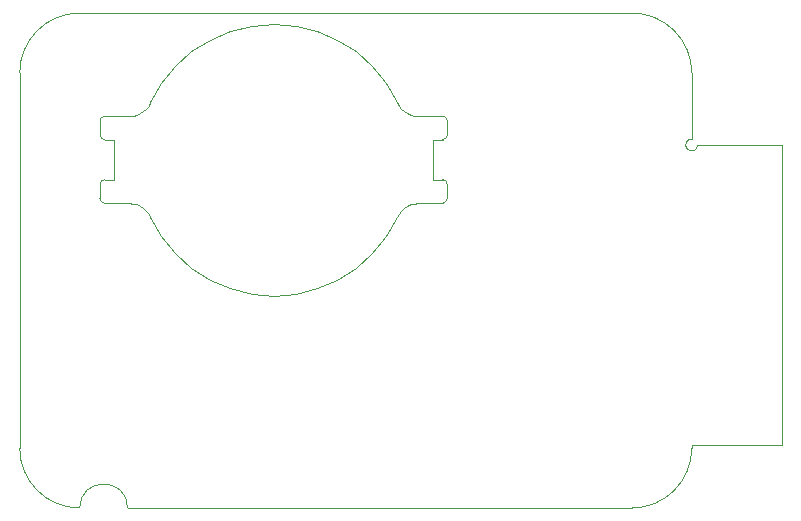
<source format=gbr>
%TF.GenerationSoftware,KiCad,Pcbnew,7.0.9*%
%TF.CreationDate,2024-01-02T07:57:40-07:00*%
%TF.ProjectId,ElephantR9,456c6570-6861-46e7-9452-392e6b696361,rev?*%
%TF.SameCoordinates,Original*%
%TF.FileFunction,Profile,NP*%
%FSLAX46Y46*%
G04 Gerber Fmt 4.6, Leading zero omitted, Abs format (unit mm)*
G04 Created by KiCad (PCBNEW 7.0.9) date 2024-01-02 07:57:40*
%MOMM*%
%LPD*%
G01*
G04 APERTURE LIST*
%TA.AperFunction,Profile*%
%ADD10C,0.100000*%
%TD*%
G04 APERTURE END LIST*
D10*
X26670000Y-58674000D02*
G75*
G03*
X22606000Y-58674000I-2032000J0D01*
G01*
X17526000Y-53594000D02*
X17526000Y-21844000D01*
X82042000Y-27940000D02*
X74930139Y-27940000D01*
X74433898Y-27432000D02*
G75*
G03*
X74930139Y-27940000I-11898J-508000D01*
G01*
X22606000Y-16764000D02*
G75*
G03*
X17526000Y-21844000I0J-5080000D01*
G01*
X69353898Y-58673998D02*
G75*
G03*
X74433898Y-53594002I2J5079998D01*
G01*
X22606000Y-16764000D02*
X69353898Y-16763998D01*
X17526000Y-53594000D02*
G75*
G03*
X22606000Y-58674000I5080000J0D01*
G01*
X82042000Y-53340000D02*
X82042000Y-27940000D01*
X74433902Y-21843998D02*
G75*
G03*
X69353898Y-16763998I-5080002J-2D01*
G01*
X74433898Y-53340000D02*
X82042000Y-53340000D01*
X74433898Y-21843998D02*
X74433898Y-27432000D01*
X69353898Y-58674002D02*
X26670000Y-58674000D01*
X74433898Y-53594002D02*
X74433898Y-53340000D01*
%TO.C,BT2*%
X53726000Y-31268050D02*
X53726000Y-32468000D01*
X53726000Y-25898101D02*
X53726000Y-27098051D01*
X53326000Y-32868000D02*
X51270621Y-32868000D01*
X53326000Y-27498051D02*
X52526000Y-27498051D01*
X52526000Y-30868050D02*
X53326000Y-30868050D01*
X52526000Y-27498051D02*
X52526000Y-30868050D01*
X51270621Y-32868000D02*
X50947437Y-32894285D01*
X51270621Y-25498001D02*
X53326000Y-25498101D01*
X50947437Y-32894285D02*
X50632747Y-32972448D01*
X50947437Y-25471716D02*
X51270621Y-25498001D01*
X50632747Y-32972448D02*
X50334824Y-33100435D01*
X50632747Y-25393553D02*
X50947437Y-25471716D01*
X50334824Y-33100435D02*
X50061498Y-33274883D01*
X50334824Y-25265566D02*
X50632747Y-25393553D01*
X50061498Y-33274883D02*
X49819954Y-33491205D01*
X50061498Y-25091118D02*
X50334824Y-25265566D01*
X49819954Y-33491205D02*
X49616540Y-33743716D01*
X49819954Y-24874796D02*
X50061498Y-25091118D01*
X49616540Y-33743716D02*
X49456603Y-34025778D01*
X49616540Y-24622285D02*
X49819954Y-24874796D01*
X49456603Y-34025778D02*
X48536966Y-35647636D01*
X49456603Y-24340223D02*
X49616540Y-24622285D01*
X48536966Y-35647636D02*
X47367335Y-37099572D01*
X48536966Y-22718365D02*
X49456603Y-24340223D01*
X47367335Y-37099572D02*
X45978454Y-38343424D01*
X47367335Y-21266429D02*
X48536966Y-22718365D01*
X45978454Y-38343424D02*
X44406830Y-39346496D01*
X45978454Y-20022577D02*
X47367335Y-21266429D01*
X44406830Y-39346496D02*
X42693773Y-40082424D01*
X44406830Y-19019505D02*
X45978454Y-20022577D01*
X42693773Y-40082424D02*
X40884308Y-40531863D01*
X42693773Y-18283577D02*
X44406830Y-19019505D01*
X40884308Y-40531863D02*
X39026000Y-40683000D01*
X40884308Y-17834138D02*
X42693773Y-18283577D01*
X39026000Y-40683000D02*
X37167691Y-40531863D01*
X39026000Y-17683001D02*
X40884308Y-17834138D01*
X37167691Y-40531863D02*
X35358226Y-40082424D01*
X37167691Y-17834138D02*
X39026000Y-17683001D01*
X35358226Y-40082424D02*
X33645169Y-39346496D01*
X35358226Y-18283577D02*
X37167691Y-17834138D01*
X33645169Y-39346496D02*
X32073545Y-38343424D01*
X33645169Y-19019505D02*
X35358226Y-18283577D01*
X32073545Y-38343424D02*
X30684664Y-37099572D01*
X32073545Y-20022577D02*
X33645169Y-19019505D01*
X30684664Y-37099572D02*
X29515033Y-35647636D01*
X30684664Y-21266429D02*
X32073545Y-20022577D01*
X29515033Y-35647636D02*
X28595396Y-34025778D01*
X29515033Y-22718365D02*
X30684664Y-21266429D01*
X28595396Y-34025778D02*
X28435459Y-33743716D01*
X28595396Y-24340223D02*
X29515033Y-22718365D01*
X28435459Y-33743716D02*
X28232045Y-33491205D01*
X28435459Y-24622285D02*
X28595396Y-24340223D01*
X28232045Y-33491205D02*
X27990501Y-33274883D01*
X28232045Y-24874796D02*
X28435459Y-24622285D01*
X27990501Y-33274883D02*
X27717175Y-33100435D01*
X27990501Y-25091118D02*
X28232045Y-24874796D01*
X27717175Y-33100435D02*
X27419252Y-32972448D01*
X27717175Y-25265566D02*
X27990501Y-25091118D01*
X27419252Y-32972448D02*
X27104562Y-32894285D01*
X27419252Y-25393553D02*
X27717175Y-25265566D01*
X27104562Y-32894285D02*
X26781378Y-32868000D01*
X27104562Y-25471716D02*
X27419252Y-25393553D01*
X26781378Y-32868000D02*
X24726000Y-32868000D01*
X26781378Y-25498001D02*
X27104562Y-25471716D01*
X25526000Y-30868050D02*
X25526000Y-27498051D01*
X25526000Y-27498051D02*
X24726000Y-27497950D01*
X24726000Y-30868050D02*
X25526000Y-30868050D01*
X24726000Y-25500207D02*
X26781378Y-25498001D01*
X24326000Y-32468000D02*
X24326000Y-31268050D01*
X24326000Y-27100157D02*
X24326000Y-25900207D01*
X53326000Y-32868000D02*
G75*
G03*
X53726000Y-32468000I1J399999D01*
G01*
X53326000Y-27498051D02*
G75*
G03*
X53726000Y-27098051I1J399999D01*
G01*
X53726000Y-31268050D02*
G75*
G03*
X53326000Y-30868050I-399999J1D01*
G01*
X53726000Y-25898101D02*
G75*
G03*
X53326000Y-25498101I-399999J1D01*
G01*
X24326000Y-32468000D02*
G75*
G03*
X24726000Y-32868000I400000J0D01*
G01*
X24326050Y-27097950D02*
G75*
G03*
X24726000Y-27497950I399950J-50D01*
G01*
X24726000Y-30868050D02*
G75*
G03*
X24326000Y-31268050I0J-400000D01*
G01*
X24726000Y-25500200D02*
G75*
G03*
X24326000Y-25900207I0J-400000D01*
G01*
%TD*%
M02*

</source>
